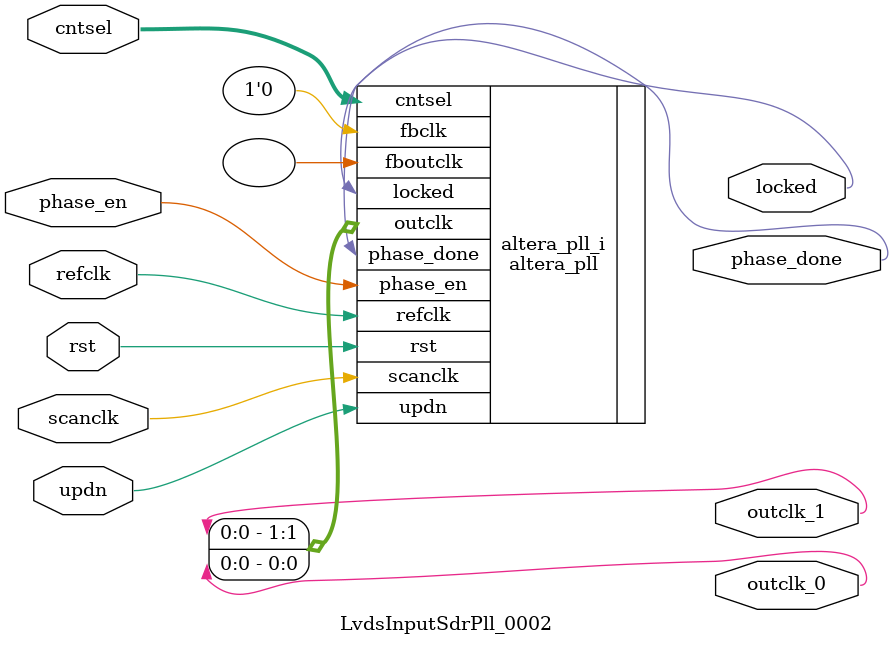
<source format=v>
`timescale 1ns/10ps
module  LvdsInputSdrPll_0002(

	// interface 'refclk'
	input wire refclk,

	// interface 'reset'
	input wire rst,

	// interface 'outclk0'
	output wire outclk_0,

	// interface 'outclk1'
	output wire outclk_1,

	// interface 'locked'
	output wire locked,

	// interface 'phase_en'
	input wire phase_en,

	// interface 'scanclk'
	input wire scanclk,

	// interface 'updn'
	input wire updn,

	// interface 'cntsel'
	input wire [4:0] cntsel,

	// interface 'phase_done'
	output wire phase_done
);

	altera_pll #(
		.fractional_vco_multiplier("false"),
		.reference_clock_frequency("74.25 MHz"),
		.pll_fractional_cout(32),
		.pll_dsm_out_sel("1st_order"),
		.operation_mode("direct"),
		.number_of_clocks(2),
		.output_clock_frequency0("519.750000 MHz"),
		.phase_shift0("962 ps"),
		.duty_cycle0(50),
		.output_clock_frequency1("74.250000 MHz"),
		.phase_shift1("2406 ps"),
		.duty_cycle1(50),
		.output_clock_frequency2("0 MHz"),
		.phase_shift2("0 ps"),
		.duty_cycle2(50),
		.output_clock_frequency3("0 MHz"),
		.phase_shift3("0 ps"),
		.duty_cycle3(50),
		.output_clock_frequency4("0 MHz"),
		.phase_shift4("0 ps"),
		.duty_cycle4(50),
		.output_clock_frequency5("0 MHz"),
		.phase_shift5("0 ps"),
		.duty_cycle5(50),
		.output_clock_frequency6("0 MHz"),
		.phase_shift6("0 ps"),
		.duty_cycle6(50),
		.output_clock_frequency7("0 MHz"),
		.phase_shift7("0 ps"),
		.duty_cycle7(50),
		.output_clock_frequency8("0 MHz"),
		.phase_shift8("0 ps"),
		.duty_cycle8(50),
		.output_clock_frequency9("0 MHz"),
		.phase_shift9("0 ps"),
		.duty_cycle9(50),
		.output_clock_frequency10("0 MHz"),
		.phase_shift10("0 ps"),
		.duty_cycle10(50),
		.output_clock_frequency11("0 MHz"),
		.phase_shift11("0 ps"),
		.duty_cycle11(50),
		.output_clock_frequency12("0 MHz"),
		.phase_shift12("0 ps"),
		.duty_cycle12(50),
		.output_clock_frequency13("0 MHz"),
		.phase_shift13("0 ps"),
		.duty_cycle13(50),
		.output_clock_frequency14("0 MHz"),
		.phase_shift14("0 ps"),
		.duty_cycle14(50),
		.output_clock_frequency15("0 MHz"),
		.phase_shift15("0 ps"),
		.duty_cycle15(50),
		.output_clock_frequency16("0 MHz"),
		.phase_shift16("0 ps"),
		.duty_cycle16(50),
		.output_clock_frequency17("0 MHz"),
		.phase_shift17("0 ps"),
		.duty_cycle17(50),
		.pll_type("Cyclone V"),
		.pll_subtype("DPS"),
		.m_cnt_hi_div(4),
		.m_cnt_lo_div(3),
		.n_cnt_hi_div(256),
		.n_cnt_lo_div(256),
		.m_cnt_bypass_en("false"),
		.n_cnt_bypass_en("true"),
		.m_cnt_odd_div_duty_en("true"),
		.n_cnt_odd_div_duty_en("false"),
		.c_cnt_hi_div0(256),
		.c_cnt_lo_div0(256),
		.c_cnt_prst0(1),
		.c_cnt_ph_mux_prst0(4),
		.c_cnt_in_src0("ph_mux_clk"),
		.c_cnt_bypass_en0("true"),
		.c_cnt_odd_div_duty_en0("false"),
		.c_cnt_hi_div1(4),
		.c_cnt_lo_div1(3),
		.c_cnt_prst1(2),
		.c_cnt_ph_mux_prst1(2),
		.c_cnt_in_src1("ph_mux_clk"),
		.c_cnt_bypass_en1("false"),
		.c_cnt_odd_div_duty_en1("true"),
		.c_cnt_hi_div2(1),
		.c_cnt_lo_div2(1),
		.c_cnt_prst2(1),
		.c_cnt_ph_mux_prst2(0),
		.c_cnt_in_src2("ph_mux_clk"),
		.c_cnt_bypass_en2("true"),
		.c_cnt_odd_div_duty_en2("false"),
		.c_cnt_hi_div3(1),
		.c_cnt_lo_div3(1),
		.c_cnt_prst3(1),
		.c_cnt_ph_mux_prst3(0),
		.c_cnt_in_src3("ph_mux_clk"),
		.c_cnt_bypass_en3("true"),
		.c_cnt_odd_div_duty_en3("false"),
		.c_cnt_hi_div4(1),
		.c_cnt_lo_div4(1),
		.c_cnt_prst4(1),
		.c_cnt_ph_mux_prst4(0),
		.c_cnt_in_src4("ph_mux_clk"),
		.c_cnt_bypass_en4("true"),
		.c_cnt_odd_div_duty_en4("false"),
		.c_cnt_hi_div5(1),
		.c_cnt_lo_div5(1),
		.c_cnt_prst5(1),
		.c_cnt_ph_mux_prst5(0),
		.c_cnt_in_src5("ph_mux_clk"),
		.c_cnt_bypass_en5("true"),
		.c_cnt_odd_div_duty_en5("false"),
		.c_cnt_hi_div6(1),
		.c_cnt_lo_div6(1),
		.c_cnt_prst6(1),
		.c_cnt_ph_mux_prst6(0),
		.c_cnt_in_src6("ph_mux_clk"),
		.c_cnt_bypass_en6("true"),
		.c_cnt_odd_div_duty_en6("false"),
		.c_cnt_hi_div7(1),
		.c_cnt_lo_div7(1),
		.c_cnt_prst7(1),
		.c_cnt_ph_mux_prst7(0),
		.c_cnt_in_src7("ph_mux_clk"),
		.c_cnt_bypass_en7("true"),
		.c_cnt_odd_div_duty_en7("false"),
		.c_cnt_hi_div8(1),
		.c_cnt_lo_div8(1),
		.c_cnt_prst8(1),
		.c_cnt_ph_mux_prst8(0),
		.c_cnt_in_src8("ph_mux_clk"),
		.c_cnt_bypass_en8("true"),
		.c_cnt_odd_div_duty_en8("false"),
		.c_cnt_hi_div9(1),
		.c_cnt_lo_div9(1),
		.c_cnt_prst9(1),
		.c_cnt_ph_mux_prst9(0),
		.c_cnt_in_src9("ph_mux_clk"),
		.c_cnt_bypass_en9("true"),
		.c_cnt_odd_div_duty_en9("false"),
		.c_cnt_hi_div10(1),
		.c_cnt_lo_div10(1),
		.c_cnt_prst10(1),
		.c_cnt_ph_mux_prst10(0),
		.c_cnt_in_src10("ph_mux_clk"),
		.c_cnt_bypass_en10("true"),
		.c_cnt_odd_div_duty_en10("false"),
		.c_cnt_hi_div11(1),
		.c_cnt_lo_div11(1),
		.c_cnt_prst11(1),
		.c_cnt_ph_mux_prst11(0),
		.c_cnt_in_src11("ph_mux_clk"),
		.c_cnt_bypass_en11("true"),
		.c_cnt_odd_div_duty_en11("false"),
		.c_cnt_hi_div12(1),
		.c_cnt_lo_div12(1),
		.c_cnt_prst12(1),
		.c_cnt_ph_mux_prst12(0),
		.c_cnt_in_src12("ph_mux_clk"),
		.c_cnt_bypass_en12("true"),
		.c_cnt_odd_div_duty_en12("false"),
		.c_cnt_hi_div13(1),
		.c_cnt_lo_div13(1),
		.c_cnt_prst13(1),
		.c_cnt_ph_mux_prst13(0),
		.c_cnt_in_src13("ph_mux_clk"),
		.c_cnt_bypass_en13("true"),
		.c_cnt_odd_div_duty_en13("false"),
		.c_cnt_hi_div14(1),
		.c_cnt_lo_div14(1),
		.c_cnt_prst14(1),
		.c_cnt_ph_mux_prst14(0),
		.c_cnt_in_src14("ph_mux_clk"),
		.c_cnt_bypass_en14("true"),
		.c_cnt_odd_div_duty_en14("false"),
		.c_cnt_hi_div15(1),
		.c_cnt_lo_div15(1),
		.c_cnt_prst15(1),
		.c_cnt_ph_mux_prst15(0),
		.c_cnt_in_src15("ph_mux_clk"),
		.c_cnt_bypass_en15("true"),
		.c_cnt_odd_div_duty_en15("false"),
		.c_cnt_hi_div16(1),
		.c_cnt_lo_div16(1),
		.c_cnt_prst16(1),
		.c_cnt_ph_mux_prst16(0),
		.c_cnt_in_src16("ph_mux_clk"),
		.c_cnt_bypass_en16("true"),
		.c_cnt_odd_div_duty_en16("false"),
		.c_cnt_hi_div17(1),
		.c_cnt_lo_div17(1),
		.c_cnt_prst17(1),
		.c_cnt_ph_mux_prst17(0),
		.c_cnt_in_src17("ph_mux_clk"),
		.c_cnt_bypass_en17("true"),
		.c_cnt_odd_div_duty_en17("false"),
		.pll_vco_div(2),
		.pll_cp_current(20),
		.pll_bwctrl(2000),
		.pll_output_clk_frequency("519.75 MHz"),
		.pll_fractional_division("1"),
		.mimic_fbclk_type("none"),
		.pll_fbclk_mux_1("glb"),
		.pll_fbclk_mux_2("m_cnt"),
		.pll_m_cnt_in_src("ph_mux_clk"),
		.pll_slf_rst("false")
	) altera_pll_i (
		.rst	(rst),
		.cntsel	(cntsel),
		.outclk	({outclk_1, outclk_0}),
		.locked	(locked),
		.phase_done	(phase_done),
		.fboutclk	( ),
		.fbclk	(1'b0),
		.refclk	(refclk),
		.phase_en	(phase_en),
		.scanclk	(scanclk),
		.updn	(updn)
	);
endmodule


</source>
